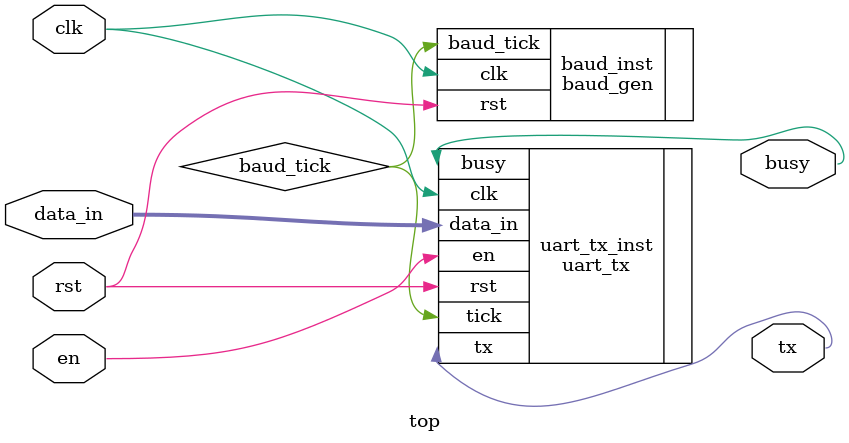
<source format=sv>
module top #(
    parameter int CLKFREQ = 50_000_000,
    parameter int BAUDS   = 9600
) (
    input logic clk,
    input logic rst,
    input logic [7:0] data_in,
    input logic en,
    output logic busy,
    output logic tx
);

  logic baud_tick;


  baud_gen #(
      .CLK_FREQ(CLKFREQ),
      .BAUD(BAUDS)
  ) baud_inst (
      .clk(clk),
      .rst(rst),
      .baud_tick(baud_tick)
  );

  uart_tx uart_tx_inst (
      .clk(clk),
      .rst(rst),
      .en(en),
      .tick(baud_tick),
      .busy(busy),
      .data_in(data_in),
      .tx(tx)
  );

endmodule

</source>
